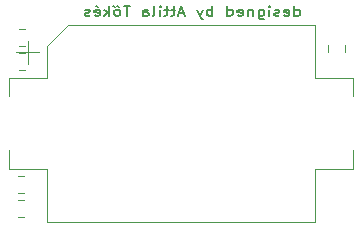
<source format=gbo>
G04 #@! TF.GenerationSoftware,KiCad,Pcbnew,5.0.2-bee76a0~70~ubuntu18.04.1*
G04 #@! TF.CreationDate,2020-01-17T08:49:31+02:00*
G04 #@! TF.ProjectId,nanoSense-Motion,4b656d65-742d-4424-9c45-2e6b69636164,rev?*
G04 #@! TF.SameCoordinates,Original*
G04 #@! TF.FileFunction,Legend,Bot*
G04 #@! TF.FilePolarity,Positive*
%FSLAX46Y46*%
G04 Gerber Fmt 4.6, Leading zero omitted, Abs format (unit mm)*
G04 Created by KiCad (PCBNEW 5.0.2-bee76a0~70~ubuntu18.04.1) date Fri 17 Jan 2020 08:49:31 AM EET*
%MOMM*%
%LPD*%
G01*
G04 APERTURE LIST*
%ADD10C,0.150000*%
%ADD11C,0.120000*%
G04 APERTURE END LIST*
D10*
X166642857Y-34486904D02*
X166642857Y-33686904D01*
X166642857Y-34448809D02*
X166738095Y-34486904D01*
X166928571Y-34486904D01*
X167023809Y-34448809D01*
X167071428Y-34410714D01*
X167119047Y-34334523D01*
X167119047Y-34105952D01*
X167071428Y-34029761D01*
X167023809Y-33991666D01*
X166928571Y-33953571D01*
X166738095Y-33953571D01*
X166642857Y-33991666D01*
X165785714Y-34448809D02*
X165880952Y-34486904D01*
X166071428Y-34486904D01*
X166166666Y-34448809D01*
X166214285Y-34372619D01*
X166214285Y-34067857D01*
X166166666Y-33991666D01*
X166071428Y-33953571D01*
X165880952Y-33953571D01*
X165785714Y-33991666D01*
X165738095Y-34067857D01*
X165738095Y-34144047D01*
X166214285Y-34220238D01*
X165357142Y-34448809D02*
X165261904Y-34486904D01*
X165071428Y-34486904D01*
X164976190Y-34448809D01*
X164928571Y-34372619D01*
X164928571Y-34334523D01*
X164976190Y-34258333D01*
X165071428Y-34220238D01*
X165214285Y-34220238D01*
X165309523Y-34182142D01*
X165357142Y-34105952D01*
X165357142Y-34067857D01*
X165309523Y-33991666D01*
X165214285Y-33953571D01*
X165071428Y-33953571D01*
X164976190Y-33991666D01*
X164500000Y-34486904D02*
X164500000Y-33953571D01*
X164500000Y-33686904D02*
X164547619Y-33725000D01*
X164500000Y-33763095D01*
X164452380Y-33725000D01*
X164500000Y-33686904D01*
X164500000Y-33763095D01*
X163595238Y-33953571D02*
X163595238Y-34601190D01*
X163642857Y-34677380D01*
X163690476Y-34715476D01*
X163785714Y-34753571D01*
X163928571Y-34753571D01*
X164023809Y-34715476D01*
X163595238Y-34448809D02*
X163690476Y-34486904D01*
X163880952Y-34486904D01*
X163976190Y-34448809D01*
X164023809Y-34410714D01*
X164071428Y-34334523D01*
X164071428Y-34105952D01*
X164023809Y-34029761D01*
X163976190Y-33991666D01*
X163880952Y-33953571D01*
X163690476Y-33953571D01*
X163595238Y-33991666D01*
X163119047Y-33953571D02*
X163119047Y-34486904D01*
X163119047Y-34029761D02*
X163071428Y-33991666D01*
X162976190Y-33953571D01*
X162833333Y-33953571D01*
X162738095Y-33991666D01*
X162690476Y-34067857D01*
X162690476Y-34486904D01*
X161833333Y-34448809D02*
X161928571Y-34486904D01*
X162119047Y-34486904D01*
X162214285Y-34448809D01*
X162261904Y-34372619D01*
X162261904Y-34067857D01*
X162214285Y-33991666D01*
X162119047Y-33953571D01*
X161928571Y-33953571D01*
X161833333Y-33991666D01*
X161785714Y-34067857D01*
X161785714Y-34144047D01*
X162261904Y-34220238D01*
X160928571Y-34486904D02*
X160928571Y-33686904D01*
X160928571Y-34448809D02*
X161023809Y-34486904D01*
X161214285Y-34486904D01*
X161309523Y-34448809D01*
X161357142Y-34410714D01*
X161404761Y-34334523D01*
X161404761Y-34105952D01*
X161357142Y-34029761D01*
X161309523Y-33991666D01*
X161214285Y-33953571D01*
X161023809Y-33953571D01*
X160928571Y-33991666D01*
X159690476Y-34486904D02*
X159690476Y-33686904D01*
X159690476Y-33991666D02*
X159595238Y-33953571D01*
X159404761Y-33953571D01*
X159309523Y-33991666D01*
X159261904Y-34029761D01*
X159214285Y-34105952D01*
X159214285Y-34334523D01*
X159261904Y-34410714D01*
X159309523Y-34448809D01*
X159404761Y-34486904D01*
X159595238Y-34486904D01*
X159690476Y-34448809D01*
X158880952Y-33953571D02*
X158642857Y-34486904D01*
X158404761Y-33953571D02*
X158642857Y-34486904D01*
X158738095Y-34677380D01*
X158785714Y-34715476D01*
X158880952Y-34753571D01*
X157309523Y-34258333D02*
X156833333Y-34258333D01*
X157404761Y-34486904D02*
X157071428Y-33686904D01*
X156738095Y-34486904D01*
X156547619Y-33953571D02*
X156166666Y-33953571D01*
X156404761Y-33686904D02*
X156404761Y-34372619D01*
X156357142Y-34448809D01*
X156261904Y-34486904D01*
X156166666Y-34486904D01*
X155976190Y-33953571D02*
X155595238Y-33953571D01*
X155833333Y-33686904D02*
X155833333Y-34372619D01*
X155785714Y-34448809D01*
X155690476Y-34486904D01*
X155595238Y-34486904D01*
X155261904Y-34486904D02*
X155261904Y-33953571D01*
X155261904Y-33686904D02*
X155309523Y-33725000D01*
X155261904Y-33763095D01*
X155214285Y-33725000D01*
X155261904Y-33686904D01*
X155261904Y-33763095D01*
X154642857Y-34486904D02*
X154738095Y-34448809D01*
X154785714Y-34372619D01*
X154785714Y-33686904D01*
X153833333Y-34486904D02*
X153833333Y-34067857D01*
X153880952Y-33991666D01*
X153976190Y-33953571D01*
X154166666Y-33953571D01*
X154261904Y-33991666D01*
X153833333Y-34448809D02*
X153928571Y-34486904D01*
X154166666Y-34486904D01*
X154261904Y-34448809D01*
X154309523Y-34372619D01*
X154309523Y-34296428D01*
X154261904Y-34220238D01*
X154166666Y-34182142D01*
X153928571Y-34182142D01*
X153833333Y-34144047D01*
X152738095Y-33686904D02*
X152166666Y-33686904D01*
X152452380Y-34486904D02*
X152452380Y-33686904D01*
X151690476Y-34486904D02*
X151785714Y-34448809D01*
X151833333Y-34410714D01*
X151880952Y-34334523D01*
X151880952Y-34105952D01*
X151833333Y-34029761D01*
X151785714Y-33991666D01*
X151690476Y-33953571D01*
X151547619Y-33953571D01*
X151452380Y-33991666D01*
X151404761Y-34029761D01*
X151357142Y-34105952D01*
X151357142Y-34334523D01*
X151404761Y-34410714D01*
X151452380Y-34448809D01*
X151547619Y-34486904D01*
X151690476Y-34486904D01*
X151642857Y-33648809D02*
X151785714Y-33763095D01*
X151309523Y-33648809D02*
X151452380Y-33763095D01*
X150928571Y-34486904D02*
X150928571Y-33686904D01*
X150833333Y-34182142D02*
X150547619Y-34486904D01*
X150547619Y-33953571D02*
X150928571Y-34258333D01*
X149738095Y-34448809D02*
X149833333Y-34486904D01*
X150023809Y-34486904D01*
X150119047Y-34448809D01*
X150166666Y-34372619D01*
X150166666Y-34067857D01*
X150119047Y-33991666D01*
X150023809Y-33953571D01*
X149833333Y-33953571D01*
X149738095Y-33991666D01*
X149690476Y-34067857D01*
X149690476Y-34144047D01*
X150166666Y-34220238D01*
X149833333Y-33648809D02*
X149976190Y-33763095D01*
X149309523Y-34448809D02*
X149214285Y-34486904D01*
X149023809Y-34486904D01*
X148928571Y-34448809D01*
X148880952Y-34372619D01*
X148880952Y-34334523D01*
X148928571Y-34258333D01*
X149023809Y-34220238D01*
X149166666Y-34220238D01*
X149261904Y-34182142D01*
X149309523Y-34105952D01*
X149309523Y-34067857D01*
X149261904Y-33991666D01*
X149166666Y-33953571D01*
X149023809Y-33953571D01*
X148928571Y-33991666D01*
D11*
G04 #@! TO.C,BT1*
X168400000Y-39725000D02*
X171600000Y-39725000D01*
X171600000Y-39725000D02*
X171600000Y-41275000D01*
X168400000Y-35225000D02*
X168400000Y-39725000D01*
X168400000Y-35225000D02*
X147500000Y-35225000D01*
X145700000Y-37025000D02*
X145700000Y-39725000D01*
X147500000Y-35225000D02*
X145700000Y-37025000D01*
X145700000Y-39725000D02*
X142500000Y-39725000D01*
X142500000Y-39725000D02*
X142500000Y-41275000D01*
X145700000Y-47425000D02*
X142500000Y-47425000D01*
X142500000Y-47425000D02*
X142500000Y-45875000D01*
X168400000Y-47425000D02*
X171600000Y-47425000D01*
X171600000Y-47425000D02*
X171600000Y-45875000D01*
X145700000Y-51925000D02*
X168400000Y-51925000D01*
X145700000Y-51925000D02*
X145700000Y-47425000D01*
X168400000Y-51925000D02*
X168400000Y-47425000D01*
X144050000Y-38575000D02*
X144050000Y-36575000D01*
X145050000Y-37575000D02*
X143050000Y-37575000D01*
G04 #@! TO.C,C1*
X170930000Y-37508578D02*
X170930000Y-36991422D01*
X169510000Y-37508578D02*
X169510000Y-36991422D01*
G04 #@! TO.C,C3*
X143191422Y-50090000D02*
X143708578Y-50090000D01*
X143191422Y-51510000D02*
X143708578Y-51510000D01*
G04 #@! TO.C,C10*
X143200049Y-48039007D02*
X143717205Y-48039007D01*
X143200049Y-49459007D02*
X143717205Y-49459007D01*
G04 #@! TO.C,R2*
X143341236Y-39033874D02*
X143858392Y-39033874D01*
X143341236Y-37613874D02*
X143858392Y-37613874D01*
G04 #@! TO.C,R3*
X143858578Y-37050000D02*
X143341422Y-37050000D01*
X143858578Y-35630000D02*
X143341422Y-35630000D01*
G04 #@! TD*
M02*

</source>
